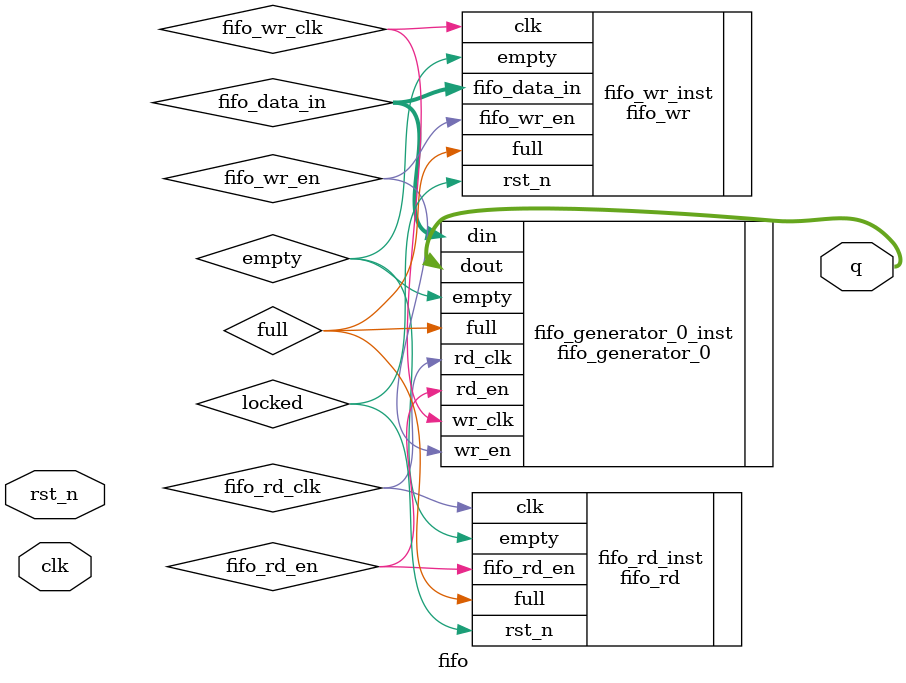
<source format=sv>
`timescale 1ns / 1ps



module fifo(
     
     input   logic               clk,
     input   logic               rst_n,
     output   logic       [7:0]      q
   );
     
     logic           fifo_wr_clk;
     logic           fifo_rd_clk;
    logic           locked;
    logic           empty;
    logic           full;
    logic           fifo_wr_en;
    logic     [7:0]    fifo_data_in;
    logic           fifo_rd_en;
    

    
    fifo_wr fifo_wr_inst(
    
    .clk            (fifo_wr_clk),
    .rst_n            (locked  ),
    .empty            (empty    ),
    .full            (full    ),
    .fifo_wr_en          (fifo_wr_en  ),
    .fifo_data_in        (fifo_data_in)
  );

    fifo_generator_0 fifo_generator_0_inst (
      .wr_clk(fifo_wr_clk),  // input wire wr_clk
      .rd_clk(fifo_rd_clk),  // input wire rd_clk
      .din(fifo_data_in),        // input wire [7 : 0] din
      .wr_en(fifo_wr_en),    // input wire wr_en
      .rd_en(fifo_rd_en),    // input wire rd_en
      .dout(q),      // output wire [7 : 0] dout
      .full(full),      // output wire full
      .empty(empty)    // output wire empty
    );

    fifo_rd fifo_rd_inst(
    
    .clk        (fifo_rd_clk),
    .rst_n        (locked    ),
    .empty        (empty    ),
    .full        (full    ),
    .fifo_rd_en      (fifo_rd_en)
  );
    
  endmodule


</source>
